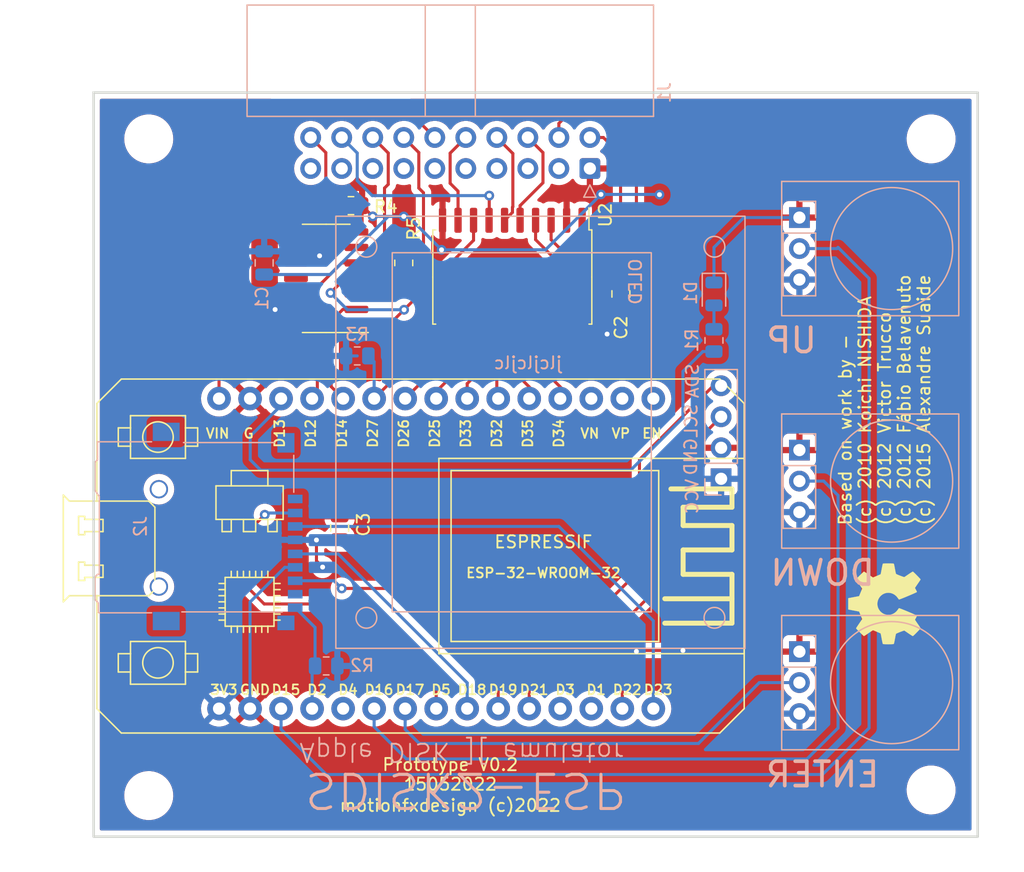
<source format=kicad_pcb>
(kicad_pcb (version 20211014) (generator pcbnew)
  (layers (0 "F.Cu" signal) (31 "B.Cu" signal) (34 "B.Paste" user) (35 "F.Paste" user) (36 "B.SilkS" user "B.Silkscreen") (37 "F.SilkS" user "F.Silkscreen") (38 "B.Mask" user) (39 "F.Mask" user) (44 "Edge.Cuts" user))
  (net 0 "")
  (net 1 "VCC")
  (net 2 "GND")
  (net 3 "Net-(D1-Pad2)")
  (net 4 "/STEP 0")
  (net 6 "/STEP 1")
  (net 8 "/STEP 2")
  (net 10 "/STEP 3")
  (net 12 "/W_REQUEST")
  (net 14 "+5V")
  (net 16 "/DRIVE_EN")
  (net 18 "/RD_PLUSE")
  (net 20 "/WRITE")
  (net 22 "/W_PROTECT")
  (net 23 "/xW_REQUEST")
  (net 24 "/BT_UP")
  (net 26 "/xDRIVE_EN")
  (net 27 "/xWRITE")
  (net 28 "/xSTEP 3")
  (net 29 "/xSTEP 2")
  (net 30 "/xSTEP 1")
  (net 31 "/xSTEP 0")
  (net 32 "/BT_DOWN")
  (net 33 "/BT_ENTER")
  (net 36 "/SD_CS{slash}CS")
  (net 37 "/SD_DI{slash}MOSI")
  (net 38 "/SD_CLK{slash}CLK")
  (net 39 "/SD_DO{slash}MISO")
  (net 40 "/SCL")
  (net 41 "/SDA")
  (net 50 "/Card_Detect")
  (net 51 "Net-(BOARD1-PadD13)")
  (net 52 "Net-(BOARD1-PadD12)")
  (net 53 "Net-(BOARD1-PadD14)")
  (footprint "MountingHole:MountingHole_3mm" (layer "F.Cu") (at 162.56 76.2)
    (fp_text reference "H4" hide)
    (fp_text value "MountingHole" hide)
    (pad "" np_thru_hole circle (at 0 0) (size 3 3) (drill 3) (layers *.Cu *.Mask))
  )
  (footprint "MountingHole:MountingHole_3mm" (layer "F.Cu") (at 98.5 130)
    (fp_text reference "H2" hide)
    (fp_text value "MountingHole" hide)
    (pad "" np_thru_hole circle (at 0 0) (size 3 3) (drill 3) (layers *.Cu *.Mask))
  )
  (footprint "Package_SO:SOIC-20W_7.5x12.8mm_P1.27mm" (layer "F.Cu") (at 128.27 87.515 -90)
    (fp_text reference "U2" (at -5.08 -7.62 90) (layer "F.SilkS"))
    (fp_text value "SN74CB3T3245D")
    (pad "1" smd roundrect (at -4.65 -5.715 270) (size 2.05 0.6) (layers "F.Cu" "F.Paste" "F.Mask"))
    (pad "2" smd roundrect (at -4.65 -4.445 270) (size 2.05 0.6) (layers "F.Cu" "F.Paste" "F.Mask") (net 2 "GND"))
    (pad "3" smd roundrect (at -4.65 -3.175 270) (size 2.05 0.6) (layers "F.Cu" "F.Paste" "F.Mask") (net 4 "/STEP 0"))
    (pad "4" smd roundrect (at -4.65 -1.905 270) (size 2.05 0.6) (layers "F.Cu" "F.Paste" "F.Mask") (net 6 "/STEP 1"))
    (pad "5" smd roundrect (at -4.65 -0.635 270) (size 2.05 0.6) (layers "F.Cu" "F.Paste" "F.Mask") (net 8 "/STEP 2"))
    (pad "6" smd roundrect (at -4.65 0.635 270) (size 2.05 0.6) (layers "F.Cu" "F.Paste" "F.Mask") (net 10 "/STEP 3"))
    (pad "7" smd roundrect (at -4.65 1.905 270) (size 2.05 0.6) (layers "F.Cu" "F.Paste" "F.Mask") (net 20 "/WRITE"))
    (pad "8" smd roundrect (at -4.65 3.175 270) (size 2.05 0.6) (layers "F.Cu" "F.Paste" "F.Mask") (net 16 "/DRIVE_EN"))
    (pad "9" smd roundrect (at -4.65 4.445 270) (size 2.05 0.6) (layers "F.Cu" "F.Paste" "F.Mask") (net 12 "/W_REQUEST"))
    (pad "10" smd roundrect (at -4.65 5.715 270) (size 2.05 0.6) (layers "F.Cu" "F.Paste" "F.Mask") (net 2 "GND"))
    (pad "11" smd roundrect (at 4.65 5.715 270) (size 2.05 0.6) (layers "F.Cu" "F.Paste" "F.Mask") (net 23 "/xW_REQUEST"))
    (pad "12" smd roundrect (at 4.65 4.445 270) (size 2.05 0.6) (layers "F.Cu" "F.Paste" "F.Mask") (net 26 "/xDRIVE_EN"))
    (pad "13" smd roundrect (at 4.65 3.175 270) (size 2.05 0.6) (layers "F.Cu" "F.Paste" "F.Mask") (net 27 "/xWRITE"))
    (pad "14" smd roundrect (at 4.65 1.905 270) (size 2.05 0.6) (layers "F.Cu" "F.Paste" "F.Mask") (net 28 "/xSTEP 3"))
    (pad "15" smd roundrect (at 4.65 0.635 270) (size 2.05 0.6) (layers "F.Cu" "F.Paste" "F.Mask") (net 29 "/xSTEP 2"))
    (pad "16" smd roundrect (at 4.65 -0.635 270) (size 2.05 0.6) (layers "F.Cu" "F.Paste" "F.Mask") (net 30 "/xSTEP 1"))
    (pad "17" smd roundrect (at 4.65 -1.905 270) (size 2.05 0.6) (layers "F.Cu" "F.Paste" "F.Mask") (net 31 "/xSTEP 0"))
    (pad "18" smd roundrect (at 4.65 -3.175 270) (size 2.05 0.6) (layers "F.Cu" "F.Paste" "F.Mask") (net 2 "GND"))
    (pad "19" smd roundrect (at 4.65 -4.445 270) (size 2.05 0.6) (layers "F.Cu" "F.Paste" "F.Mask") (net 2 "GND"))
    (pad "20" smd roundrect (at 4.65 -5.715 270) (size 2.05 0.6) (layers "F.Cu" "F.Paste" "F.Mask") (net 1 "VCC"))
  )
  (footprint "Capacitor_SMD:C_0805_2012Metric" (layer "F.Cu") (at 114.129891 108.067292 90)
    (fp_text reference "C3" (at 0.266763 1.946724 90) (layer "F.SilkS"))
    (fp_text value "1nF" hide)
    (pad "1" smd roundrect (at -0.95 0 90) (size 1 1.45) (layers "F.Cu" "F.Paste" "F.Mask") (net 1 "VCC"))
    (pad "2" smd roundrect (at 0.95 0 90) (size 1 1.45) (layers "F.Cu" "F.Paste" "F.Mask") (net 2 "GND"))
  )
  (footprint "MountingHole:MountingHole_3mm" (layer "F.Cu") (at 98.5 76.2)
    (fp_text reference "H1" hide)
    (fp_text value "MountingHole" hide)
    (pad "" np_thru_hole circle (at 0 0) (size 3 3) (drill 3) (layers *.Cu *.Mask))
  )
  (footprint "Resistor_SMD:R_0805_2012Metric" (layer "F.Cu") (at 115.057613 81.666781)
    (fp_text reference "R4" (at 2.853014 0.089717) (layer "F.SilkS"))
    (fp_text value "100K" hide)
    (pad "1" smd roundrect (at -0.9125 0) (size 1.025 1.4) (layers "F.Cu" "F.Paste" "F.Mask") (roundrect_rratio 0.243902439) (net 22 "/W_PROTECT"))
    (pad "2" smd roundrect (at 0.9125 0) (size 1.025 1.4) (layers "F.Cu" "F.Paste" "F.Mask") (roundrect_rratio 0.243902439) (net 2 "GND"))
  )
  (footprint "Symbol:OSHW-Symbol_6.7x6mm_SilkScreen" (layer "F.Cu") (at 158.75 114.3 90)
    (fp_text reference "LOGO1" hide)
    (fp_text value "Logo_Open_Hardware_Small" hide)
  )
  (footprint "terence:ESP32-DEVKITV1" (layer "F.Cu") (at 104.255 122.875)
    (fp_text reference "BOARD1" hide)
    (fp_text value "ESP32DEVKITV1" hide)
    (fp_text user "VP" (at 32.905 -22.545) (layer "F.SilkS") (effects (font (size 0.8 0.8))))
    (fp_text user "D33" (at 20.205 -22.545 90) (layer "F.SilkS") (effects (font (size 0.8 0.8))))
    (fp_text user "D2" (at 8.02 -1.54) (layer "F.SilkS") (effects (font (size 0.8 0.8))))
    (fp_text user "D23" (at 35.96 -1.54) (layer "F.SilkS") (effects (font (size 0.8 0.8))))
    (fp_text user "D17" (at 15.64 -1.54) (layer "F.SilkS") (effects (font (size 0.8 0.8))))
    (fp_text user "D22" (at 33.42 -1.54) (layer "F.SilkS") (effects (font (size 0.8 0.8))))
    (fp_text user "G" (at 2.425 -22.545) (layer "F.SilkS") (effects (font (size 0.8 0.8))))
    (fp_text user "D32" (at 22.745 -22.545 90) (layer "F.SilkS") (effects (font (size 0.8 0.8))))
    (fp_text user "VIN" (at -0.115 -22.545) (layer "F.SilkS") (effects (font (size 0.8 0.8))))
    (fp_text user "D1" (at 30.88 -1.54) (layer "F.SilkS") (effects (font (size 0.8 0.8))))
    (fp_text user "D4" (at 10.56 -1.54) (layer "F.SilkS") (effects (font (size 0.8 0.8))))
    (fp_text user "D3" (at 28.34 -1.54) (layer "F.SilkS") (effects (font (size 0.8 0.8))))
    (fp_text user "ESP-32-WROOM-32" (at 26.555 -11.115) (layer "F.SilkS") (effects (font (size 0.8 0.8))))
    (fp_text user "D25" (at 17.665 -22.545 90) (layer "F.SilkS") (effects (font (size 0.8 0.8))))
    (fp_text user "D16" (at 13.1 -1.54) (layer "F.SilkS") (effects (font (size 0.8 0.8))))
    (fp_text user "D12" (at 7.505 -22.545 90) (layer "F.SilkS") (effects (font (size 0.8 0.8))))
    (fp_text user "D13" (at 4.965 -22.545 90) (layer "F.SilkS") (effects (font (size 0.8 0.8))))
    (fp_text user "D34" (at 27.825 -22.545 90) (layer "F.SilkS") (effects (font (size 0.8 0.8))))
    (fp_text user "D14" (at 10.045 -22.545 90) (layer "F.SilkS") (effects (font (size 0.8 0.8))))
    (fp_text user "D5" (at 18.18 -1.54) (layer "F.SilkS") (effects (font (size 0.8 0.8))))
    (fp_text user "GND" (at 2.94 -1.54) (layer "F.SilkS") (effects (font (size 0.8 0.8))))
    (fp_text user "3V3" (at 0.4 -1.54) (layer "F.SilkS") (effects (font (size 0.8 0.8))))
    (fp_text user "D27" (at 12.585 -22.545 90) (layer "F.SilkS") (effects (font (size 0.8 0.8))))
    (fp_text user "EN" (at 35.445 -22.545) (layer "F.SilkS") (effects (font (size 0.8 0.8))))
    (fp_text user "D15" (at 5.48 -1.54) (layer "F.SilkS") (effects (font (size 0.8 0.8))))
    (fp_text user "VN" (at 30.365 -22.545) (layer "F.SilkS") (effects (font (size 0.8 0.8))))
    (fp_text user "D18" (at 20.72 -1.54) (layer "F.SilkS") (effects (font (size 0.8 0.8))))
    (fp_text user "D35" (at 25.285 -22.545 90) (layer "F.SilkS") (effects (font (size 0.8 0.8))))
    (fp_text user "ESPRESSIF~{}" (at 26.555 -13.655) (layer "F.SilkS"))
    (fp_text user "D19" (at 23.26 -1.54) (layer "F.SilkS") (effects (font (size 0.8 0.8))))
    (fp_text user "D21" (at 25.8 -1.54) (layer "F.SilkS") (effects (font (size 0.8 0.8))))
    (fp_text user "D26" (at 15.125 -22.545 90) (layer "F.SilkS") (effects (font (size 0.8 0.8))))
    (pad "3V3" thru_hole circle (at 0 0) (size 1.9304 1.9304) (drill 1) (layers *.Cu *.Mask) (net 1 "VCC"))
    (pad "D1" thru_hole circle (at 30.48 0) (size 1.9304 1.9304) (drill 1) (layers *.Cu *.Mask))
    (pad "D2" thru_hole circle (at 7.62 0) (size 1.9304 1.9304) (drill 1) (layers *.Cu *.Mask) (net 50 "/Card_Detect"))
    (pad "D3" thru_hole circle (at 27.94 0) (size 1.9304 1.9304) (drill 1) (layers *.Cu *.Mask))
    (pad "D4" thru_hole circle (at 10.16 0) (size 1.9304 1.9304) (drill 1) (layers *.Cu *.Mask))
    (pad "D5" thru_hole circle (at 17.78 0) (size 1.9304 1.9304) (drill 1) (layers *.Cu *.Mask) (net 36 "/SD_CS{slash}CS"))
    (pad "D12" thru_hole circle (at 7.62 -25.4) (size 1.9304 1.9304) (drill 1) (layers *.Cu *.Mask) (net 52 "Net-(BOARD1-PadD12)"))
    (pad "D13" thru_hole circle (at 5.08 -25.4) (size 1.9304 1.9304) (drill 1) (layers *.Cu *.Mask) (net 51 "Net-(BOARD1-PadD13)"))
    (pad "D14" thru_hole circle (at 10.16 -25.4) (size 1.9304 1.9304) (drill 1) (layers *.Cu *.Mask) (net 53 "Net-(BOARD1-PadD14)"))
    (pad "D15" thru_hole circle (at 5.08 0) (size 1.9304 1.9304) (drill 1) (layers *.Cu *.Mask) (net 24 "/BT_UP"))
    (pad "D16" thru_hole circle (at 12.7 0) (size 1.9304 1.9304) (drill 1) (layers *.Cu *.Mask) (net 32 "/BT_DOWN"))
    (pad "D17" thru_hole circle (at 15.24 0) (size 1.9304 1.9304) (drill 1) (layers *.Cu *.Mask) (net 33 "/BT_ENTER"))
    (pad "D18" thru_hole circle (at 20.32 0) (size 1.9304 1.9304) (drill 1) (layers *.Cu *.Mask) (net 38 "/SD_CLK{slash}CLK"))
    (pad "D19" thru_hole circle (at 22.86 0) (size 1.9304 1.9304) (drill 1) (layers *.Cu *.Mask) (net 39 "/SD_DO{slash}MISO"))
    (pad "D21" thru_hole circle (at 25.4 0) (size 1.9304 1.9304) (drill 1) (layers *.Cu *.Mask) (net 41 "/SDA"))
    (pad "D22" thru_hole circle (at 33.02 0) (size 1.9304 1.9304) (drill 1) (layers *.Cu *.Mask) (net 40 "/SCL"))
    (pad "D23" thru_hole circle (at 35.56 0) (size 1.9304 1.9304) (drill 1) (layers *.Cu *.Mask) (net 37 "/SD_DI{slash}MOSI"))
    (pad "D25" thru_hole circle (at 17.78 -25.4) (size 1.9304 1.9304) (drill 1) (layers *.Cu *.Mask) (net 27 "/xWRITE"))
    (pad "D26" thru_hole circle (at 15.24 -25.4) (size 1.9304 1.9304) (drill 1) (layers *.Cu *.Mask) (net 26 "/xDRIVE_EN"))
    (pad "D27" thru_hole circle (at 12.7 -25.4) (size 1.9304 1.9304) (drill 1) (layers *.Cu *.Mask) (net 23 "/xW_REQUEST"))
    (pad "D32" thru_hole circle (at 22.86 -25.4) (size 1.9304 1.9304) (drill 1) (layers *.Cu *.Mask) (net 29 "/xSTEP 2"))
    (pad "D33" thru_hole circle (at 20.32 -25.4) (size 1.9304 1.9304) (drill 1) (layers *.Cu *.Mask) (net 28 "/xSTEP 3"))
    (pad "D34" thru_hole circle (at 27.94 -25.4) (size 1.9304 1.9304) (drill 1) (layers *.Cu *.Mask) (net 31 "/xSTEP 0"))
    (pad "D35" thru_hole circle (at 25.4 -25.4) (size 1.9304 1.9304) (drill 1) (layers *.Cu *.Mask) (net 30 "/xSTEP 1"))
    (pad "EN" thru_hole circle (at 35.56 -25.4) (size 1.9304 1.9304) (drill 1) (layers *.Cu *.Mask))
    (pad "GND" thru_hole circle (at 2.54 -25.4) (size 1.9304 1.9304) (drill 1) (layers *.Cu *.Mask) (net 2 "GND"))
    (pad "GND@1" thru_hole circle (at 2.54 0) (size 1.9304 1.9304) (drill 1) (layers *.Cu *.Mask) (net 2 "GND"))
    (pad "VIN" thru_hole circle (at 0 -25.4) (size 1.9304 1.9304) (drill 1) (layers *.Cu *.Mask) (net 14 "+5V"))
    (pad "VN" thru_hole circle (at 30.48 -25.4) (size 1.9304 1.9304) (drill 1) (layers *.Cu *.Mask))
    (pad "VP" thru_hole circle (at 33.02 -25.4) (size 1.9304 1.9304) (drill 1) (layers *.Cu *.Mask))
  )
  (footprint "Package_SO:SOIC-14_3.9x8.7mm_P1.27mm" (layer "F.Cu") (at 113.03 87.63 180)
    (fp_text reference "U5" hide)
    (fp_text value "74HC125D")
    (pad "1" smd roundrect (at -2.475 -3.81 180) (size 1.95 0.6) (layers "F.Cu" "F.Paste" "F.Mask") (net 16 "/DRIVE_EN"))
    (pad "2" smd roundrect (at -2.475 -2.54 180) (size 1.95 0.6) (layers "F.Cu" "F.Paste" "F.Mask") (net 53 "Net-(BOARD1-PadD14)"))
    (pad "3" smd roundrect (at -2.475 -1.27 180) (size 1.95 0.6) (layers "F.Cu" "F.Paste" "F.Mask") (net 18 "/RD_PLUSE"))
    (pad "4" smd roundrect (at -2.475 0 180) (size 1.95 0.6) (layers "F.Cu" "F.Paste" "F.Mask") (net 16 "/DRIVE_EN"))
    (pad "5" smd roundrect (at -2.475 1.27 180) (size 1.95 0.6) (layers "F.Cu" "F.Paste" "F.Mask") (net 52 "Net-(BOARD1-PadD12)"))
    (pad "6" smd roundrect (at -2.475 2.54 180) (size 1.95 0.6) (layers "F.Cu" "F.Paste" "F.Mask") (net 22 "/W_PROTECT"))
    (pad "7" smd roundrect (at -2.475 3.81 180) (size 1.95 0.6) (layers "F.Cu" "F.Paste" "F.Mask") (net 2 "GND"))
    (pad "8" smd roundrect (at 2.475 3.81 180) (size 1.95 0.6) (layers "F.Cu" "F.Paste" "F.Mask"))
    (pad "9" smd roundrect (at 2.475 2.54 180) (size 1.95 0.6) (layers "F.Cu" "F.Paste" "F.Mask") (net 1 "VCC"))
    (pad "10" smd roundrect (at 2.475 1.27 180) (size 1.95 0.6) (layers "F.Cu" "F.Paste" "F.Mask") (net 1 "VCC"))
    (pad "11" smd roundrect (at 2.475 0 180) (size 1.95 0.6) (layers "F.Cu" "F.Paste" "F.Mask"))
    (pad "12" smd roundrect (at 2.475 -1.27 180) (size 1.95 0.6) (layers "F.Cu" "F.Paste" "F.Mask") (net 1 "VCC"))
    (pad "13" smd roundrect (at 2.475 -2.54 180) (size 1.95 0.6) (layers "F.Cu" "F.Paste" "F.Mask") (net 1 "VCC"))
    (pad "14" smd roundrect (at 2.475 -3.81 180) (size 1.95 0.6) (layers "F.Cu" "F.Paste" "F.Mask") (net 1 "VCC"))
  )
  (footprint "Resistor_SMD:R_0805_2012Metric" (layer "F.Cu") (at 119.38 86.36 90)
    (fp_text reference "R5" (at 2.813763 0.816429 90) (layer "F.SilkS"))
    (fp_text value "100K" hide)
    (pad "1" smd roundrect (at -0.9125 0 90) (size 1.025 1.4) (layers "F.Cu" "F.Paste" "F.Mask") (roundrect_rratio 0.243902439) (net 18 "/RD_PLUSE"))
    (pad "2" smd roundrect (at 0.9125 0 90) (size 1.025 1.4) (layers "F.Cu" "F.Paste" "F.Mask") (roundrect_rratio 0.243902439) (net 2 "GND"))
  )
  (footprint "MountingHole:MountingHole_3mm" (layer "F.Cu") (at 162.56 129.54)
    (fp_text reference "H3" hide)
    (fp_text value "MountingHole" hide)
    (pad "" np_thru_hole circle (at 0 0) (size 3 3) (drill 3) (layers *.Cu *.Mask))
  )
  (footprint "Capacitor_SMD:C_0805_2012Metric" (layer "F.Cu") (at 137.16 88.9 90)
    (fp_text reference "C2" (at -2.758539 0.009923 90) (layer "F.SilkS"))
    (fp_text value "1nF" hide)
    (pad "1" smd roundrect (at -0.95 0 90) (size 1 1.45) (layers "F.Cu" "F.Paste" "F.Mask") (net 1 "VCC"))
    (pad "2" smd roundrect (at 0.95 0 90) (size 1 1.45) (layers "F.Cu" "F.Paste" "F.Mask") (net 2 "GND"))
  )
  (footprint "Resistor_SMD:R_0805_2012Metric" (layer "B.Cu") (at 113.03 119.38 180)
    (fp_text reference "R2" (at -2.942732 0.039875) (layer "B.SilkS") (effects (justify mirror)))
    (fp_text value "10K" hide)
    (pad "1" smd roundrect (at -0.9125 0 180) (size 1.025 1.4) (layers "B.Cu" "B.Paste" "B.Mask") (roundrect_rratio 0.243902439) (net 1 "VCC"))
    (pad "2" smd roundrect (at 0.9125 0 180) (size 1.025 1.4) (layers "B.Cu" "B.Paste" "B.Mask") (roundrect_rratio 0.243902439) (net 50 "/Card_Detect"))
  )
  (footprint "terence:TP223" (layer "B.Cu") (at 150.325 98.735 -90)
    (fp_text reference "U3" hide)
    (fp_text value "DOWN" hide)
    (pad "1" thru_hole rect (at 2.96 -1.450984 180) (size 1.7 1.7) (drill 1) (layers *.Cu *.Mask) (net 2 "GND"))
    (pad "2" thru_hole oval (at 5.5 -1.450984 180) (size 1.7 1.7) (drill 1) (layers *.Cu *.Mask) (net 32 "/BT_DOWN"))
    (pad "3" thru_hole oval (at 8.04 -1.450984 180) (size 1.7 1.7) (drill 1) (layers *.Cu *.Mask) (net 1 "VCC"))
  )
  (footprint "LED_SMD:LED_0805_2012Metric" (layer "B.Cu") (at 144.78 88.9 -90)
    (fp_text reference "D1" (at -0.078215 1.908425 90) (layer "B.SilkS") (effects (justify mirror)))
    (fp_text value "LED" hide)
    (pad "1" smd roundrect (at -0.9375 0 270) (size 0.975 1.4) (layers "B.Cu" "B.Paste" "B.Mask") (net 2 "GND"))
    (pad "2" smd roundrect (at 0.9375 0 270) (size 0.975 1.4) (layers "B.Cu" "B.Paste" "B.Mask") (net 3 "Net-(D1-Pad2)"))
  )
  (footprint "Connector_IDC:IDC-Header_2x10_P2.54mm_Horizontal" (layer "B.Cu") (at 134.62 78.625 90)
    (fp_text reference "J1" (at 6.215 6.1 90) (layer "B.SilkS") (effects (justify mirror)))
    (fp_text value "APPLE II Disk")
    (pad "1" thru_hole roundrect (at 0 0 90) (size 1.7 1.7) (drill 1) (layers *.Cu *.Mask) (roundrect_rratio 0.1470588235) (net 2 "GND"))
    (pad "2" thru_hole circle (at 2.54 0 90) (size 1.7 1.7) (drill 1) (layers *.Cu *.Mask) (net 4 "/STEP 0"))
    (pad "3" thru_hole circle (at 0 -2.54 90) (size 1.7 1.7) (drill 1) (layers *.Cu *.Mask))
    (pad "4" thru_hole circle (at 2.54 -2.54 90) (size 1.7 1.7) (drill 1) (layers *.Cu *.Mask) (net 6 "/STEP 1"))
    (pad "5" thru_hole circle (at 0 -5.08 90) (size 1.7 1.7) (drill 1) (layers *.Cu *.Mask))
    (pad "6" thru_hole circle (at 2.54 -5.08 90) (size 1.7 1.7) (drill 1) (layers *.Cu *.Mask) (net 8 "/STEP 2"))
    (pad "7" thru_hole circle (at 0 -7.62 90) (size 1.7 1.7) (drill 1) (layers *.Cu *.Mask))
    (pad "8" thru_hole circle (at 2.54 -7.62 90) (size 1.7 1.7) (drill 1) (layers *.Cu *.Mask) (net 10 "/STEP 3"))
    (pad "9" thru_hole circle (at 0 -10.16 90) (size 1.7 1.7) (drill 1) (layers *.Cu *.Mask))
    (pad "10" thru_hole circle (at 2.54 -10.16 90) (size 1.7 1.7) (drill 1) (layers *.Cu *.Mask) (net 12 "/W_REQUEST"))
    (pad "11" thru_hole circle (at 0 -12.7 90) (size 1.7 1.7) (drill 1) (layers *.Cu *.Mask))
    (pad "12" thru_hole circle (at 2.54 -12.7 90) (size 1.7 1.7) (drill 1) (layers *.Cu *.Mask) (net 14 "+5V"))
    (pad "13" thru_hole circle (at 0 -15.24 90) (size 1.7 1.7) (drill 1) (layers *.Cu *.Mask))
    (pad "14" thru_hole circle (at 2.54 -15.24 90) (size 1.7 1.7) (drill 1) (layers *.Cu *.Mask) (net 16 "/DRIVE_EN"))
    (pad "15" thru_hole circle (at 0 -17.78 90) (size 1.7 1.7) (drill 1) (layers *.Cu *.Mask))
    (pad "16" thru_hole circle (at 2.54 -17.78 90) (size 1.7 1.7) (drill 1) (layers *.Cu *.Mask) (net 18 "/RD_PLUSE"))
    (pad "17" thru_hole circle (at 0 -20.32 90) (size 1.7 1.7) (drill 1) (layers *.Cu *.Mask))
    (pad "18" thru_hole circle (at 2.54 -20.32 90) (size 1.7 1.7) (drill 1) (layers *.Cu *.Mask) (net 20 "/WRITE"))
    (pad "19" thru_hole circle (at 0 -22.86 90) (size 1.7 1.7) (drill 1) (layers *.Cu *.Mask))
    (pad "20" thru_hole circle (at 2.54 -22.86 90) (size 1.7 1.7) (drill 1) (layers *.Cu *.Mask) (net 22 "/W_PROTECT"))
  )
  (footprint "Resistor_SMD:R_0805_2012Metric" (layer "B.Cu") (at 115.57 93.98)
    (fp_text reference "R3" (at -0.008949 -1.764418) (layer "B.SilkS") (effects (justify mirror)))
    (fp_text value "10K" hide)
    (pad "1" smd roundrect (at -0.9125 0) (size 1.025 1.4) (layers "B.Cu" "B.Paste" "B.Mask") (roundrect_rratio 0.243902439) (net 1 "VCC"))
    (pad "2" smd roundrect (at 0.9125 0) (size 1.025 1.4) (layers "B.Cu" "B.Paste" "B.Mask") (roundrect_rratio 0.243902439) (net 23 "/xW_REQUEST"))
  )
  (footprint "Capacitor_SMD:C_0805_2012Metric" (layer "B.Cu") (at 107.95 86.36 -90)
    (fp_text reference "C1" (at 2.905261 0.176331 90) (layer "B.SilkS") (effects (justify mirror)))
    (fp_text value "1nF" hide)
    (pad "1" smd roundrect (at -0.95 0 270) (size 1 1.45) (layers "B.Cu" "B.Paste" "B.Mask") (net 1 "VCC"))
    (pad "2" smd roundrect (at 0.95 0 270) (size 1 1.45) (layers "B.Cu" "B.Paste" "B.Mask") (net 2 "GND"))
  )
  (footprint "terence:1.3 OLED I2C" (layer "B.Cu") (at 147.32 117.935 90)
    (fp_text reference "OLED" (at 30.038097 -8.960399 90 unlocked) (layer "B.SilkS") (effects (justify mirror)))
    (fp_text value "0.96\"OLED_I2C" hide)
    (fp_text user "SDA" (at 21.916565 -4.299808 90 unlocked) (layer "B.SilkS") (effects (justify mirror)))
    (fp_text user "GND" (at 15.697599 -4.442599 90 unlocked) (layer "B.SilkS") (effects (justify mirror)))
    (fp_text user "SCL" (at 18.643304 -4.405397 90 unlocked) (layer "B.SilkS") (effects (justify mirror)))
    (fp_text user "VCC" (at 12.439946 -4.326205 90 unlocked) (layer "B.SilkS") (effects (justify mirror)))
    (pad "1" thru_hole rect (at 13.89 -1.954409) (size 1.7 1.7) (drill 1) (layers *.Cu *.Mask) (net 1 "VCC"))
    (pad "2" thru_hole oval (at 16.43 -1.954409) (size 1.7 1.7) (drill 1) (layers *.Cu *.Mask) (net 2 "GND"))
    (pad "3" thru_hole oval (at 18.97 -1.954409) (size 1.7 1.7) (drill 1) (layers *.Cu *.Mask) (net 40 "/SCL"))
    (pad "4" thru_hole oval (at 21.51 -1.954409) (size 1.7 1.7) (drill 1) (layers *.Cu *.Mask) (net 41 "/SDA"))
  )
  (footprint "terence:TP223" (layer "B.Cu") (at 150.325 79.685 -90)
    (fp_text reference "U1" hide)
    (fp_text value "UP" hide)
    (pad "1" thru_hole rect (at 2.96 -1.450984 180) (size 1.7 1.7) (drill 1) (layers *.Cu *.Mask) (net 2 "GND"))
    (pad "2" thru_hole oval (at 5.5 -1.450984 180) (size 1.7 1.7) (drill 1) (layers *.Cu *.Mask) (net 24 "/BT_UP"))
    (pad "3" thru_hole oval (at 8.04 -1.450984 180) (size 1.7 1.7) (drill 1) (layers *.Cu *.Mask) (net 1 "VCC"))
  )
  (footprint "Resistor_SMD:R_0805_2012Metric" (layer "B.Cu") (at 144.78 92.71 90)
    (fp_text reference "R1" (at 0.000973 -1.806747 90) (layer "B.SilkS") (effects (justify mirror)))
    (fp_text value "330" hide)
    (pad "1" smd roundrect (at -0.9125 0 90) (size 1.025 1.4) (layers "B.Cu" "B.Paste" "B.Mask") (roundrect_rratio 0.243902439) (net 51 "Net-(BOARD1-PadD13)"))
    (pad "2" smd roundrect (at 0.9125 0 90) (size 1.025 1.4) (layers "B.Cu" "B.Paste" "B.Mask") (roundrect_rratio 0.243902439) (net 3 "Net-(D1-Pad2)"))
  )
  (footprint "terence:MicroSD" (layer "B.Cu") (at 100.33 107.95 90)
    (fp_text reference "J2" (at 0.00003 -2.515252 90 unlocked) (layer "B.SilkS") (effects (justify mirror)))
    (fp_text value "MicroSD")
    (pad "" smd rect (at 7.75 -0.4 90) (size 1.5 2.2) (layers "B.Cu" "B.Paste" "B.Mask"))
    (pad "" smd rect (at -7.75 -0.4 90) (size 1.5 2.2) (layers "B.Cu" "B.Paste" "B.Mask"))
    (pad "" thru_hole circle (at 3.05 -1 90) (size 1.5 1.5) (drill 1.2) (layers *.Cu *.Mask))
    (pad "" thru_hole circle (at -4.93 -1 90) (size 1.5 1.5) (drill 1.2) (layers *.Cu *.Mask))
    (pad "" smd rect (at -7.9 9.4 90) (size 1.2 1.4) (layers "B.Cu" "B.Paste" "B.Mask"))
    (pad "" smd rect (at 6.85 9.4 90) (size 1.6 1.4) (layers "B.Cu" "B.Paste" "B.Mask"))
    (pad "1" smd rect (at 2.25 10.16 90) (size 0.7 1.2) (layers "B.Cu" "B.Paste" "B.Mask"))
    (pad "2" smd rect (at 1.1 10.16 90) (size 0.7 1.2) (layers "B.Cu" "B.Paste" "B.Mask") (net 36 "/SD_CS{slash}CS"))
    (pad "3" smd rect (at 0 10.16 90) (size 0.7 1.2) (layers "B.Cu" "B.Paste" "B.Mask") (net 37 "/SD_DI{slash}MOSI"))
    (pad "4" smd rect (at -1.1 10.16 90) (size 0.7 1.2) (layers "B.Cu" "B.Paste" "B.Mask") (net 1 "VCC"))
    (pad "5" smd rect (at -2.25 10.16 90) (size 0.7 1.2) (layers "B.Cu" "B.Paste" "B.Mask") (net 38 "/SD_CLK{slash}CLK"))
    (pad "6" smd rect (at -3.35 10.16 90) (size 0.7 1.2) (layers "B.Cu" "B.Paste" "B.Mask") (net 2 "GND"))
    (pad "7" smd rect (at -4.45 10.16 90) (size 0.7 1.2) (layers "B.Cu" "B.Paste" "B.Mask") (net 39 "/SD_DO{slash}MISO"))
    (pad "8" smd rect (at -5.55 10.16 90) (size 0.7 1.2) (layers "B.Cu" "B.Paste" "B.Mask"))
    (pad "9" smd rect (at -6.65 10.16 90) (size 0.7 1.2) (layers "B.Cu" "B.Paste" "B.Mask") (net 50 "/Card_Detect"))
  )
  (footprint "terence:TP223" (layer "B.Cu") (at 150.325 115.245 -90)
    (fp_text reference "U4" hide)
    (fp_text value "ENTER" hide)
    (pad "1" thru_hole rect (at 2.96 -1.450984 180) (size 1.7 1.7) (drill 1) (layers *.Cu *.Mask) (net 2 "GND"))
    (pad "2" thru_hole oval (at 5.5 -1.450984 180) (size 1.7 1.7) (drill 1) (layers *.Cu *.Mask) (net 33 "/BT_ENTER"))
    (pad "3" thru_hole oval (at 8.04 -1.450984 180) (size 1.7 1.7) (drill 1) (layers *.Cu *.Mask) (net 1 "VCC"))
  )
  (gr_rect (start 93.987379 72.405158) (end 166.377379 133.365158) (layer "Edge.Cuts") (width 0.2) (fill none))
  (gr_text "SDISK2-ESP" (at 124.46 129.54 180) (layer "B.SilkS") (effects (font (size 2.8 2.8) (thickness 0.25)) (justify mirror)))
  (gr_text "UP" (at 151.13 92.71) (layer "B.SilkS") (effects (font (size 2 2) (thickness 0.3)) (justify mirror)))
  (gr_text "DOWN" (at 153.67 111.76) (layer "B.SilkS") (effects (font (size 2 2) (thickness 0.3)) (justify mirror)))
  (gr_text "jlcjlcjlc" (at 129.54 94.551962) (layer "B.SilkS") (effects (font (size 1 1)) (justify mirror)))
  (gr_text "Apple DISK ][ emulator" (at 124.109499 126.439794 180) (layer "B.SilkS") (effects (font (size 1.5 1.5)) (justify mirror)))
  (gr_text "ENTER" (at 153.67 128.27) (layer "B.SilkS") (effects (font (size 2 2) (thickness 0.3)) (justify mirror)))
  (gr_text "motionfxdesign (c)2022" (at 123.19 130.81) (layer "F.SilkS") (effects (font (size 1 1))))
  (gr_text "Prototype V0.2\n15052022" (at 123.19 128.27) (layer "F.SilkS") (effects (font (size 1 1))))
  (gr_text "Based on work by -\n(c) 2010 Koichi NISHIDA\n(c) 2012 Victor Trucco\n(c) 2012 Fábio Belavenuto\n(c) 2015 Alexandre Suaide" (at 158.75 107.95 90) (layer "F.SilkS") (effects (font (size 1 1)) (justify left)))
  (segment (start 108.847174 90.179968) (end 108.857142 90.17) (width 0.25) (layer "F.Cu") (net 1))
  (segment (start 134.62 90.17) (end 133.985 90.805) (width 0.25) (layer "F.Cu") (net 1))
  (segment (start 108.857142 90.17) (end 110.555 90.17) (width 0.25) (layer "F.Cu") (net 1))
  (segment (start 110.555 91.44) (end 110.555 90.17) (width 0.25) (layer "F.Cu") (net 1))
  (segment (start 134.009638 92.189638) (end 136.02956 92.189638) (width 0.25) (layer "F.Cu") (net 1))
  (segment (start 110.555 88.9) (end 110.555 90.17) (width 0.25) (layer "F.Cu") (net 1))
  (segment (start 112.232215 109.061612) (end 112.232215 110.774501) (width 0.25) (layer "F.Cu") (net 1))
  (segment (start 133.985 90.805) (end 133.985 92.165) (width 0.25) (layer "F.Cu") (net 1))
  (segment (start 136.84 90.17) (end 134.62 90.17) (width 0.25) (layer "F.Cu") (net 1))
  (segment (start 112.276535 109.017292) (end 112.232215 109.061612) (width 0.25) (layer "F.Cu") (net 1))
  (segment (start 114.129891 109.017292) (end 112.276535 109.017292) (width 0.25) (layer "F.Cu") (net 1))
  (segment (start 111.797881 85.09) (end 112.487708 85.779827) (width 0.25) (layer "F.Cu") (net 1))
  (segment (start 112.232215 110.774501) (end 112.736697 111.278983) (width 0.25) (layer "F.Cu") (net 1))
  (segment (start 110.555 85.09) (end 110.555 86.36) (width 0.25) (layer "F.Cu") (net 1))
  (segment (start 138.507734 118.11) (end 138.43 118.187734) (width 0.25) (layer "F.Cu") (net 1))
  (segment (start 110.555 85.09) (end 111.797881 85.09) (width 0.25) (layer "F.Cu") (net 1))
  (segment (start 142.24 118.11) (end 138.507734 118.11) (width 0.25) (layer "F.Cu") (net 1))
  (via (at 138.43 118.187734) (size 0.8) (drill 0.4) (layers "F.Cu" "B.Cu") (net 1))
  (via (at 112.487708 85.779827) (size 0.8) (drill 0.4) (layers "F.Cu" "B.Cu") (net 1))
  (via (at 108.847174 90.179968) (size 0.8) (drill 0.4) (layers "F.Cu" "B.Cu") (net 1))
  (via (at 112.232215 109.061612) (size 0.8) (drill 0.4) (layers "F.Cu" "B.Cu") (net 1))
  (via (at 112.736697 111.278983) (size 0.8) (drill 0.4) (layers "F.Cu" "B.Cu") (net 1))
  (via (at 142.24 118.11) (size 0.8) (drill 0.4) (layers "F.Cu" "B.Cu") (net 1))
  (via (at 136.02956 92.189638) (size 0.8) (drill 0.4) (layers "F.Cu" "B.Cu") (net 1))
  (segment (start 112.232215 109.061612) (end 110.501612 109.061612) (width 0.25) (layer "B.Cu") (net 1))
  (segment (start 113.9425 93.98) (end 115.57 93.98) (width 0.25) (layer "B.Cu") (net 1))
  (segment (start 110.501612 109.061612) (end 110.49 109.05) (width 0.25) (layer "B.Cu") (net 1))
  (segment (start 115.970113 81.680113) (end 116.84 82.55) (width 0.25) (layer "F.Cu") (net 2))
  (segment (start 115.970113 83.419887) (end 115.57 83.82) (width 0.25) (layer "F.Cu") (net 2))
  (segment (start 115.970113 81.666781) (end 115.970113 83.419887) (width 0.25) (layer "F.Cu") (net 2))
  (via (at 116.84 82.55) (size 0.8) (drill 0.4) (layers "F.Cu" "B.Cu") (net 2))
  (via (at 119.38 82.55) (size 0.8) (drill 0.4) (layers "F.Cu" "B.Cu") (net 2))
  (via (at 122.474254 85.285384) (size 0.8) (drill 0.4) (layers "F.Cu" "B.Cu") (net 2))
  (via (at 140.318053 80.76562) (size 0.8) (drill 0.4) (layers "F.Cu" "B.Cu") (net 2))
  (via (at 135.527142 80.747676) (size 0.8) (drill 0.4) (layers "F.Cu" "B.Cu") (net 2))
  (segment (start 130.989434 85.285384) (end 122.474254 85.285384) (width 0.25) (layer "B.Cu") (net 2))
  (segment (start 147.225 82.645) (end 144.78 85.09) (width 0.25) (layer "B.Cu") (net 2))
  (segment (start 119.73887 82.55) (end 122.474254 85.285384) (width 0.25) (layer "B.Cu") (net 2))
  (segment (start 140.300109 80.747676) (end 140.318053 80.76562) (width 0.25) (layer "B.Cu") (net 2))
  (segment (start 116.84 82.55) (end 118.11 82.55) (width 0.25) (layer "B.Cu") (net 2))
  (segment (start 135.527142 80.747676) (end 130.989434 85.285384) (width 0.25) (layer "B.Cu") (net 2))
  (segment (start 144.78 85.09) (end 144.78 87.9625) (width 0.25) (layer "B.Cu") (net 2))
  (segment (start 135.527142 80.747676) (end 140.300109 80.747676) (width 0.25) (layer "B.Cu") (net 2))
  (segment (start 106.795 114.145) (end 106.795 122.875) (width 0.25) (layer "B.Cu") (net 2))
  (segment (start 151.775984 82.645) (end 147.225 82.645) (width 0.25) (layer "B.Cu") (net 2))
  (segment (start 118.11 82.55) (end 119.38 82.55) (width 0.25) (layer "B.Cu") (net 2))
  (segment (start 118.11 82.55) (end 113.35 87.31) (width 0.25) (layer "B.Cu") (net 2))
  (segment (start 119.38 82.55) (end 119.73887 82.55) (width 0.25) (layer "B.Cu") (net 2))
  (segment (start 110.49 111.3) (end 109.64 111.3) (width 0.25) (layer "B.Cu") (net 2))
  (segment (start 113.35 87.31) (end 107.95 87.31) (width 0.25) (layer "B.Cu") (net 2))
  (segment (start 109.64 111.3) (end 106.795 114.145) (width 0.25) (layer "B.Cu") (net 2))
  (segment (start 144.78 89.8375) (end 144.78 91.7975) (width 0.25) (layer "B.Cu") (net 3))
  (segment (start 131.445 84.455) (end 131.445 82.865) (width 0.25) (layer "F.Cu") (net 4))
  (segment (start 137.132087 82.264898) (end 134.306985 85.09) (width 0.25) (layer "F.Cu") (net 4))
  (segment (start 134.306985 85.09) (end 132.08 85.09) (width 0.25) (layer "F.Cu") (net 4))
  (segment (start 134.62 76.085) (end 135.725157 76.085) (width 0.25) (layer "F.Cu") (net 4))
  (segment (start 132.08 85.09) (end 131.445 84.455) (width 0.25) (layer "F.Cu") (net 4))
  (segment (start 135.725157 76.085) (end 137.132087 77.49193) (width 0.25) (layer "F.Cu") (net 4))
  (segment (start 137.132087 77.49193) (end 137.132087 82.264898) (width 0.25) (layer "F.Cu") (net 4))
  (segment (start 138.43 76.2) (end 138.43 82.55) (width 0.25) (layer "F.Cu") (net 6))
  (segment (start 132.08 76.085) (end 132.08 74.93) (width 0.25) (layer "F.Cu") (net 6))
  (segment (start 136.300706 74.070706) (end 138.43 76.2) (width 0.25) (layer "F.Cu") (net 6))
  (segment (start 132.939294 74.070706) (end 136.300706 74.070706) (width 0.25) (layer "F.Cu") (net 6))
  (segment (start 138.43 82.55) (end 134.62 86.36) (width 0.25) (layer "F.Cu") (net 6))
  (segment (start 132.08 86.36) (end 130.175 84.455) (width 0.25) (layer "F.Cu") (net 6))
  (segment (start 134.62 86.36) (end 132.08 86.36) (width 0.25) (layer "F.Cu") (net 6))
  (segment (start 132.08 74.93) (end 132.939294 74.070706) (width 0.25) (layer "F.Cu") (net 6))
  (segment (start 130.175 84.455) (end 130.175 82.865) (width 0.25) (layer "F.Cu") (net 6))
  (segment (start 128.905 81.666868) (end 128.905 82.865) (width 0.25) (layer "F.Cu") (net 8))
  (segment (start 130.779639 77.324639) (end 130.779639 79.792229) (width 0.25) (layer "F.Cu") (net 8))
  (segment (start 130.779639 79.792229) (end 128.905 81.666868) (width 0.25) (layer "F.Cu") (net 8))
  (segment (start 129.54 76.085) (end 130.779639 77.324639) (width 0.25) (layer "F.Cu") (net 8))
  (segment (start 128.312742 77.397742) (end 128.312742 81.761186) (width 0.25) (layer "F.Cu") (net 10))
  (segment (start 128.312742 81.761186) (end 128.28048 81.793448) (width 0.25) (layer "F.Cu") (net 10))
  (segment (start 128.28048 81.793448) (end 128.28048 82.21952) (width 0.25) (layer "F.Cu") (net 10))
  (segment (start 128.28048 82.21952) (end 127.635 82.865) (width 0.25) (layer "F.Cu") (net 10))
  (segment (start 127 76.085) (end 128.312742 77.397742) (width 0.25) (layer "F.Cu") (net 10))
  (segment (start 123.178037 77.366963) (end 123.178037 79.838037) (width 0.25) (layer "F.Cu") (net 12))
  (segment (start 124.46 76.085) (end 123.178037 77.366963) (width 0.25) (layer "F.Cu") (net 12))
  (segment (start 123.825 80.485) (end 123.825 82.865) (width 0.25) (layer "F.Cu") (net 12))
  (segment (start 123.178037 79.838037) (end 123.825 80.485) (width 0.25) (layer "F.Cu") (net 12))
  (segment (start 106.267299 92.263407) (end 104.255 94.275706) (width 0.25) (layer "F.Cu") (net 14))
  (segment (start 109.227261 73.36963) (end 106.267299 76.329592) (width 0.25) (layer "F.Cu") (net 14))
  (segment (start 104.255 94.275706) (end 104.255 97.475) (width 0.25) (layer "F.Cu") (net 14))
  (segment (start 106.267299 76.329592) (end 106.267299 92.263407) (width 0.25) (layer "F.Cu") (net 14))
  (segment (start 121.92 76.085) (end 119.20463 73.36963) (width 0.25) (layer "F.Cu") (net 14))
  (segment (start 119.20463 73.36963) (end 109.227261 73.36963) (width 0.25) (layer "F.Cu") (net 14))
  (segment (start 118.163036 91.44) (end 125.095 84.508036) (width 0.25) (layer "F.Cu") (net 16))
  (segment (start 115.505 91.44) (end 118.163036 91.44) (width 0.25) (layer "F.Cu") (net 16))
  (segment (start 120.995578 80.610774) (end 120.995578 88.607458) (width 0.25) (layer "F.Cu") (net 16))
  (segment (start 119.38 76.085) (end 120.612783 77.317783) (width 0.25) (layer "F.Cu") (net 16))
  (segment (start 115.505 87.63) (end 114.572762 87.63) (width 0.25) (layer "F.Cu") (net 16))
  (segment (start 120.612783 77.317783) (end 120.612783 80.227979) (width 0.25) (layer "F.Cu") (net 16))
  (segment (start 114.572762 87.63) (end 113.384894 88.817868) (width 0.25) (layer "F.Cu") (net 16))
  (segment (start 120.612783 80.227979) (end 120.995578 80.610774) (width 0.25) (layer "F.Cu") (net 16))
  (segment (start 125.095 82.865) (end 125.095 84.508036) (width 0.25) (layer "F.Cu") (net 16))
  (via (at 113.384894 88.817868) (size 0.8) (drill 0.4) (layers "F.Cu" "B.Cu") (net 16))
  (via (at 119.406518 90.196518) (size 0.8) (drill 0.4) (layers "F.Cu" "B.Cu") (net 16))
  (segment (start 119.406518 90.196518) (end 114.763544 90.196518) (width 0.25) (layer "B.Cu") (net 16))
  (segment (start 114.763544 90.196518) (end 113.384894 88.817868) (width 0.25) (layer "B.Cu") (net 16))
  (segment (start 116.84 88.9) (end 117.80496 87.93504) (width 0.25) (layer "F.Cu") (net 18))
  (segment (start 117.80496 87.93504) (end 117.80496 80.228866) (width 0.25) (layer "F.Cu") (net 18))
  (segment (start 118.109999 79.923827) (end 118.109999 77.354999) (width 0.25) (layer "F.Cu") (net 18))
  (segment (start 115.505 88.9) (end 116.84 88.9) (width 0.25) (layer "F.Cu") (net 18))
  (segment (start 118.109999 77.354999) (end 116.84 76.085) (width 0.25) (layer "F.Cu") (net 18))
  (segment (start 117.7525 88.9) (end 116.84 88.9) (width 0.25) (layer "F.Cu") (net 18))
  (segment (start 117.80496 80.228866) (end 118.109999 79.923827) (width 0.25) (layer "F.Cu") (net 18))
  (segment (start 119.38 87.2725) (end 117.7525 88.9) (width 0.25) (layer "F.Cu") (net 18))
  (segment (start 126.379952 80.845368) (end 126.379952 82.850048) (width 0.25) (layer "F.Cu") (net 20))
  (via (at 126.379952 80.845368) (size 0.8) (drill 0.4) (layers "F.Cu" "B.Cu") (net 20))
  (segment (start 114.3 76.085) (end 115.57 77.355) (width 0.25) (layer "B.Cu") (net 20))
  (segment (start 115.57 77.355) (end 115.57 79.617237) (width 0.25) (layer "B.Cu") (net 20))
  (segment (start 116.798131 80.845368) (end 126.379952 80.845368) (width 0.25) (layer "B.Cu") (net 20))
  (segment (start 115.57 79.617237) (end 116.798131 80.845368) (width 0.25) (layer "B.Cu") (net 20))
  (segment (start 112.997469 81.312531) (end 112.997469 83.787469) (width 0.25) (layer "F.Cu") (net 22))
  (segment (start 112.997469 83.787469) (end 114.3 85.09) (width 0.25) (layer "F.Cu") (net 22))
  (segment (start 111.76 76.085) (end 112.997469 77.322469) (width 0.25) (layer "F.Cu") (net 22))
  (segment (start 114.3 85.09) (end 115.505 85.09) (width 0.25) (layer "F.Cu") (net 22))
  (segment (start 113.383619 81.698681) (end 112.997469 81.312531) (width 0.25) (layer "F.Cu") (net 22))
  (segment (start 113.383619 81.698681) (end 114.113213 81.698681) (width 0.25) (layer "F.Cu") (net 22))
  (segment (start 112.997469 77.322469) (end 112.997469 81.312531) (width 0.25) (layer "F.Cu") (net 22))
  (segment (start 122.555 92.165) (end 122.265 92.165) (width 0.25) (layer "F.Cu") (net 23))
  (segment (start 122.265 92.165) (end 116.955 97.475) (width 0.25) (layer "F.Cu") (net 23))
  (segment (start 116.955 94.4525) (end 116.955 97.475) (width 0.25) (layer "B.Cu") (net 23))
  (segment (start 116.4825 93.98) (end 116.955 94.4525) (width 0.25) (layer "B.Cu") (net 23))
  (segment (start 109.335 124.575) (end 113.03 128.27) (width 0.25) (layer "B.Cu") (net 24))
  (segment (start 154.845 85.185) (end 151.775984 85.185) (width 0.25) (layer "B.Cu") (net 24))
  (segment (start 157.48 87.63) (end 154.94 85.09) (width 0.25) (layer "B.Cu") (net 24))
  (segment (start 109.335 122.875) (end 109.335 124.575) (width 0.25) (layer "B.Cu") (net 24))
  (segment (start 153.67 128.27) (end 157.48 124.46) (width 0.25) (layer "B.Cu") (net 24))
  (segment (start 154.94 85.09) (end 154.845 85.185) (width 0.25) (layer "B.Cu") (net 24))
  (segment (start 157.48 124.46) (end 157.48 87.63) (width 0.25) (layer "B.Cu") (net 24))
  (segment (start 113.03 128.27) (end 153.67 128.27) (width 0.25) (layer "B.Cu") (net 24))
  (segment (start 123.825 92.165) (end 123.825 93.145) (width 0.25) (layer "F.Cu") (net 26))
  (segment (start 123.825 93.145) (end 119.495 97.475) (width 0.25) (layer "F.Cu") (net 26))
  (segment (start 124.46 94.5) (end 124.43875 94.5) (width 0.25) (layer "F.Cu") (net 27))
  (segment (start 125.095 92.165) (end 125.095 93.865) (width 0.25) (layer "F.Cu") (net 27))
  (segment (start 125.095 93.865) (end 124.46 94.5) (width 0.25) (layer "F.Cu") (net 27))
  (segment (start 124.43875 94.5) (end 122.035 96.90375) (width 0.25) (layer "F.Cu") (net 27))
  (segment (start 124.575 96.2475) (end 124.575 97.475) (width 0.25) (layer "F.Cu") (net 28))
  (segment (start 126.365 94.4575) (end 124.575 96.2475) (width 0.25) (layer "F.Cu") (net 28))
  (segment (start 126.365 92.165) (end 126.365 94.4575) (width 0.25) (layer "F.Cu") (net 28))
  (segment (start 127 95.77) (end 127 97.36) (width 0.25) (layer "F.Cu") (net 29))
  (segment (start 127.635 92.165) (end 127.635 95.135) (width 0.25) (layer "F.Cu") (net 29))
  (segment (start 127.635 95.135) (end 127 95.77) (width 0.25) (layer "F.Cu") (net 29))
  (segment (start 129.655 96.52) (end 128.905 95.77) (width 0.25) (layer "F.Cu") (net 30))
  (segment (start 128.905 95.77) (end 128.905 92.165) (width 0.25) (layer "F.Cu") (net 30))
  (segment (start 129.655 97.475) (end 129.655 96.52) (width 0.25) (layer "F.Cu") (net 30))
  (segment (start 130.175 92.165) (end 130.175 94.5) (width 0.25) (layer "F.Cu") (net 31))
  (segment (start 132.195 96.52) (end 132.195 97.475) (width 0.25) (layer "F.Cu") (net 31))
  (segment (start 130.175 94.5) (end 132.195 96.52) (width 0.25) (layer "F.Cu") (net 31))
  (segment (start 152.4 127) (end 154.94 124.46) (width 0.25) (layer "B.Cu") (net 32))
  (segment (start 154.94 105.41) (end 153.765 104.235) (width 0.25) (layer "B.Cu") (net 32))
  (segment (start 116.955 122.875) (end 116.955 124.36) (width 0.25) (layer "B.Cu") (net 32))
  (segment (start 153.765 104.235) (end 151.775984 104.235) (width 0.25) (layer "B.Cu") (net 32))
  (segment (start 116.955 124.36) (end 119.595 127) (width 0.25) (layer "B.Cu") (net 32))
  (segment (start 119.595 127) (end 152.4 127) (width 0.25) (layer "B.Cu") (net 32))
  (segment (start 154.94 124.46) (end 154.94 105.41) (width 0.25) (layer "B.Cu") (net 32))
  (segment (start 119.495 124.575) (end 120.65 125.73) (width 0.25) (layer "B.Cu") (net 33))
  (segment (start 148.495 120.745) (end 151.775984 120.745) (width 0.25) (layer "B.Cu") (net 33))
  (segment (start 119.495 122.875) (end 119.495 124.575) (width 0.25) (layer "B.Cu") (net 33))
  (segment (start 143.51 125.73) (end 148.495 120.745) (width 0.25) (layer "B.Cu") (net 33))
  (segment (start 120.65 125.73) (end 143.51 125.73) (width 0.25) (layer "B.Cu") (net 33))
  (segment (start 106.68 108.312715) (end 106.68 113.03) (width 0.25) (layer "F.Cu") (net 36))
  (segment (start 106.68 113.03) (end 107.95 114.3) (width 0.25) (layer "F.Cu") (net 36))
  (segment (start 107.95 114.3) (end 115.57 114.3) (width 0.25) (layer "F.Cu") (net 36))
  (segment (start 122.035 120.765) (end 122.035 122.875) (width 0.25) (layer "F.Cu") (net 36))
  (segment (start 107.998666 106.994049) (end 106.68 108.312715) (width 0.25) (layer "F.Cu") (net 36))
  (segment (start 115.57 114.3) (end 122.035 120.765) (width 0.25) (layer "F.Cu") (net 36))
  (via (at 107.998666 106.994049) (size 0.8) (drill 0.4) (layers "F.Cu" "B.Cu") (net 36))
  (segment (start 107.998666 106.994049) (end 108.142715 106.85) (width 0.25) (layer "B.Cu") (net 36))
  (segment (start 108.142715 106.85) (end 110.49 106.85) (width 0.25) (layer "B.Cu") (net 36))
  (segment (start 110.49 107.95) (end 132.08 107.95) (width 0.25) (layer "B.Cu") (net 37))
  (segment (start 132.08 107.95) (end 139.815 115.685) (width 0.25) (layer "B.Cu") (net 37))
  (segment (start 139.815 115.685) (end 139.815 122.875) (width 0.25) (layer "B.Cu") (net 37))
  (segment (start 110.49 110.2) (end 114.01 110.2) (width 0.25) (layer "B.Cu") (net 38))
  (segment (start 114.01 110.2) (end 124.575 120.765) (width 0.25) (layer "B.Cu") (net 38))
  (segment (start 124.575 120.765) (end 124.575 122.875) (width 0.25) (layer "B.Cu") (net 38))
  (segment (start 127.115 118.225) (end 121.92 113.03) (width 0.25) (layer "F.Cu") (net 39))
  (segment (start 121.92 113.03) (end 114.3 113.03) (width 0.25) (layer "F.Cu") (net 39))
  (segment (start 127.115 122.875) (end 127.115 118.225) (width 0.25) (layer "F.Cu") (net 39))
  (via (at 114.3 113.03) (size 0.8) (drill 0.4) (layers "F.Cu" "B.Cu") (net 39))
  (segment (start 110.49 112.4) (end 113.67 112.4) (width 0.25) (layer "B.Cu") (net 39))
  (segment (start 113.67 112.4) (end 114.3 113.03) (width 0.25) (layer "B.Cu") (net 39))
  (segment (start 145.365591 98.965) (end 140.638576 103.692015) (width 0.25) (layer "F.Cu") (net 40))
  (segment (start 140.638576 112.526978) (end 137.275 115.890554) (width 0.25) (layer "F.Cu") (net 40))
  (segment (start 137.275 115.890554) (end 137.275 122.875) (width 0.25) (layer "F.Cu") (net 40))
  (segment (start 140.638576 103.692015) (end 140.638576 112.526978) (width 0.25) (layer "F.Cu") (net 40))
  (segment (start 138.679305 111.542967) (end 130.842272 119.38) (width 0.25) (layer "F.Cu") (net 41))
  (segment (start 138.679305 102.474039) (end 138.679305 111.542967) (width 0.25) (layer "F.Cu") (net 41))
  (segment (start 144.728344 96.425) (end 138.679305 102.474039) (width 0.25) (layer "F.Cu") (net 41))
  (segment (start 129.655 120.535) (end 129.655 122.875) (width 0.25) (layer "F.Cu") (net 41))
  (segment (start 130.81 119.38) (end 129.655 120.535) (width 0.25) (layer "F.Cu") (net 41))
  (segment (start 130.842272 119.38) (end 130.81 119.38) (width 0.25) (layer "F.Cu") (net 41))
  (segment (start 111.875 119.6225) (end 111.875 122.875) (width 0.25) (layer "B.Cu") (net 50))
  (segment (start 112.1175 116.2275) (end 112.1175 119.38) (width 0.25) (layer "B.Cu") (net 50))
  (segment (start 110.49 114.6) (end 112.1175 116.2275) (width 0.25) (layer "B.Cu") (net 50))
  (segment (start 142.24 95.25) (end 142.24 99.06) (width 0.25) (layer "B.Cu") (net 51))
  (segment (start 143.8675 93.6225) (end 142.24 95.25) (width 0.25) (layer "B.Cu") (net 51))
  (segment (start 144.78 93.6225) (end 143.8675 93.6225) (width 0.25) (layer "B.Cu") (net 51))
  (segment (start 137.963643 103.336357) (end 107.656707 103.336357) (width 0.25) (layer "B.Cu") (net 51))
  (segment (start 106.810032 100.557793) (end 109.335 98.032825) (width 0.25) (layer "B.Cu") (net 51))
  (segment (start 142.24 99.06) (end 137.963643 103.336357) (width 0.25) (layer "B.Cu") (net 51))
  (segment (start 107.656707 103.336357) (end 106.810032 102.489682) (width 0.25) (layer "B.Cu") (net 51))
  (segment (start 106.810032 102.489682) (end 106.810032 100.557793) (width 0.25) (layer "B.Cu") (net 51))
  (segment (start 112.303581 88.356419) (end 112.303581 97.046419) (width 0.25) (layer "F.Cu") (net 52))
  (segment (start 114.3 86.36) (end 112.303581 88.356419) (width 0.25) (layer "F.Cu") (net 52))
  (segment (start 115.505 86.36) (end 114.3 86.36) (width 0.25) (layer "F.Cu") (net 52))
  (segment (start 113.437685 91.127143) (end 113.437685 96.497685) (width 0.25) (layer "F.Cu") (net 53))
  (segment (start 113.437685 96.497685) (end 114.415 97.475) (width 0.25) (layer "F.Cu") (net 53))
  (segment (start 115.505 90.17) (end 114.394828 90.17) (width 0.25) (layer "F.Cu") (net 53))
  (segment (start 114.394828 90.17) (end 113.437685 91.127143) (width 0.25) (layer "F.Cu") (net 53))
  (zone (net 2) (net_name "GND") (layer "F.Cu") (connect_pads (clearance 0.508)) (min_thickness 0.254) (fill yes (thermal_gap 0.508) (thermal_bridge_width 0.508))
    (polygon (pts (xy 168.916182 136.247615) (xy 86.359924 135.879777) (xy 86.320367 70.075206) (xy 167.606625 70.443044)))
  )
  (zone (net 1) (net_name "VCC") (layer "B.Cu") (connect_pads (clearance 0.508)) (min_thickness 0.254) (fill yes (thermal_gap 0.508) (thermal_bridge_width 0.508))
    (polygon (pts (xy 170.187379 134.635158) (xy 86.367379 134.635158) (xy 86.367379 68.595158) (xy 170.187379 68.595158)))
  )
)
</source>
